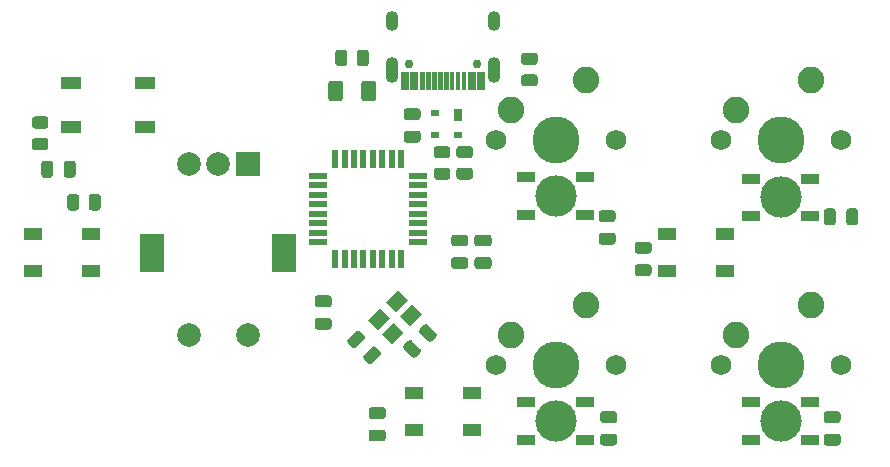
<source format=gbs>
G04 #@! TF.GenerationSoftware,KiCad,Pcbnew,(5.1.9-0-10_14)*
G04 #@! TF.CreationDate,2021-03-17T22:28:09-07:00*
G04 #@! TF.ProjectId,Croaky4,43726f61-6b79-4342-9e6b-696361645f70,rev?*
G04 #@! TF.SameCoordinates,Original*
G04 #@! TF.FileFunction,Soldermask,Bot*
G04 #@! TF.FilePolarity,Negative*
%FSLAX46Y46*%
G04 Gerber Fmt 4.6, Leading zero omitted, Abs format (unit mm)*
G04 Created by KiCad (PCBNEW (5.1.9-0-10_14)) date 2021-03-17 22:28:09*
%MOMM*%
%LPD*%
G01*
G04 APERTURE LIST*
%ADD10R,1.500000X1.000000*%
%ADD11R,1.501140X0.899160*%
%ADD12C,3.500000*%
%ADD13C,2.250000*%
%ADD14C,3.987800*%
%ADD15C,1.750000*%
%ADD16R,1.600000X0.550000*%
%ADD17R,0.550000X1.600000*%
%ADD18R,0.700000X1.000000*%
%ADD19R,0.700000X0.600000*%
%ADD20C,0.750000*%
%ADD21O,1.100000X2.200000*%
%ADD22O,1.100000X1.700000*%
%ADD23R,2.000000X2.000000*%
%ADD24C,2.000000*%
%ADD25R,2.000000X3.200000*%
%ADD26C,0.100000*%
%ADD27R,1.800000X1.100000*%
G04 APERTURE END LIST*
D10*
G04 #@! TO.C,D2*
X-41343750Y4781750D03*
X-41343750Y7981750D03*
X-36443750Y4781750D03*
X-36443750Y7981750D03*
G04 #@! TD*
D11*
G04 #@! TO.C,D6*
X-26869390Y3956050D03*
X-26869390Y7156450D03*
X-31868110Y7156450D03*
X-31868110Y3956050D03*
D12*
X-29368750Y5556250D03*
G04 #@! TD*
G04 #@! TO.C,D7*
X-10318750Y5556250D03*
D11*
X-12818110Y3956050D03*
X-12818110Y7156450D03*
X-7819390Y7156450D03*
X-7819390Y3956050D03*
G04 #@! TD*
D12*
G04 #@! TO.C,D5*
X-29368750Y24606250D03*
D11*
X-31868110Y23006050D03*
X-31868110Y26206450D03*
X-26869390Y26206450D03*
X-26869390Y23006050D03*
G04 #@! TD*
D12*
G04 #@! TO.C,D4*
X-10318750Y24511000D03*
D11*
X-12818110Y22910800D03*
X-12818110Y26111200D03*
X-7819390Y26111200D03*
X-7819390Y22910800D03*
G04 #@! TD*
D13*
G04 #@! TO.C,MX2*
X-26828750Y15398750D03*
D14*
X-29368750Y10318750D03*
D13*
X-33178750Y12858750D03*
D15*
X-34448750Y10318750D03*
X-24288750Y10318750D03*
G04 #@! TD*
G04 #@! TO.C,C13*
G36*
G01*
X-6444000Y6403000D02*
X-5494000Y6403000D01*
G75*
G02*
X-5244000Y6153000I0J-250000D01*
G01*
X-5244000Y5653000D01*
G75*
G02*
X-5494000Y5403000I-250000J0D01*
G01*
X-6444000Y5403000D01*
G75*
G02*
X-6694000Y5653000I0J250000D01*
G01*
X-6694000Y6153000D01*
G75*
G02*
X-6444000Y6403000I250000J0D01*
G01*
G37*
G36*
G01*
X-6444000Y4503000D02*
X-5494000Y4503000D01*
G75*
G02*
X-5244000Y4253000I0J-250000D01*
G01*
X-5244000Y3753000D01*
G75*
G02*
X-5494000Y3503000I-250000J0D01*
G01*
X-6444000Y3503000D01*
G75*
G02*
X-6694000Y3753000I0J250000D01*
G01*
X-6694000Y4253000D01*
G75*
G02*
X-6444000Y4503000I250000J0D01*
G01*
G37*
G04 #@! TD*
G04 #@! TO.C,C12*
G36*
G01*
X-25367000Y6403000D02*
X-24417000Y6403000D01*
G75*
G02*
X-24167000Y6153000I0J-250000D01*
G01*
X-24167000Y5653000D01*
G75*
G02*
X-24417000Y5403000I-250000J0D01*
G01*
X-25367000Y5403000D01*
G75*
G02*
X-25617000Y5653000I0J250000D01*
G01*
X-25617000Y6153000D01*
G75*
G02*
X-25367000Y6403000I250000J0D01*
G01*
G37*
G36*
G01*
X-25367000Y4503000D02*
X-24417000Y4503000D01*
G75*
G02*
X-24167000Y4253000I0J-250000D01*
G01*
X-24167000Y3753000D01*
G75*
G02*
X-24417000Y3503000I-250000J0D01*
G01*
X-25367000Y3503000D01*
G75*
G02*
X-25617000Y3753000I0J250000D01*
G01*
X-25617000Y4253000D01*
G75*
G02*
X-25367000Y4503000I250000J0D01*
G01*
G37*
G04 #@! TD*
G04 #@! TO.C,C11*
G36*
G01*
X-24544000Y22421000D02*
X-25494000Y22421000D01*
G75*
G02*
X-25744000Y22671000I0J250000D01*
G01*
X-25744000Y23171000D01*
G75*
G02*
X-25494000Y23421000I250000J0D01*
G01*
X-24544000Y23421000D01*
G75*
G02*
X-24294000Y23171000I0J-250000D01*
G01*
X-24294000Y22671000D01*
G75*
G02*
X-24544000Y22421000I-250000J0D01*
G01*
G37*
G36*
G01*
X-24544000Y20521000D02*
X-25494000Y20521000D01*
G75*
G02*
X-25744000Y20771000I0J250000D01*
G01*
X-25744000Y21271000D01*
G75*
G02*
X-25494000Y21521000I250000J0D01*
G01*
X-24544000Y21521000D01*
G75*
G02*
X-24294000Y21271000I0J-250000D01*
G01*
X-24294000Y20771000D01*
G75*
G02*
X-24544000Y20521000I-250000J0D01*
G01*
G37*
G04 #@! TD*
G04 #@! TO.C,C10*
G36*
G01*
X-5657000Y23335000D02*
X-5657000Y22385000D01*
G75*
G02*
X-5907000Y22135000I-250000J0D01*
G01*
X-6407000Y22135000D01*
G75*
G02*
X-6657000Y22385000I0J250000D01*
G01*
X-6657000Y23335000D01*
G75*
G02*
X-6407000Y23585000I250000J0D01*
G01*
X-5907000Y23585000D01*
G75*
G02*
X-5657000Y23335000I0J-250000D01*
G01*
G37*
G36*
G01*
X-3757000Y23335000D02*
X-3757000Y22385000D01*
G75*
G02*
X-4007000Y22135000I-250000J0D01*
G01*
X-4507000Y22135000D01*
G75*
G02*
X-4757000Y22385000I0J250000D01*
G01*
X-4757000Y23335000D01*
G75*
G02*
X-4507000Y23585000I250000J0D01*
G01*
X-4007000Y23585000D01*
G75*
G02*
X-3757000Y23335000I0J-250000D01*
G01*
G37*
G04 #@! TD*
D16*
G04 #@! TO.C,U2*
X-40993750Y20726750D03*
X-40993750Y21526750D03*
X-40993750Y22326750D03*
X-40993750Y23126750D03*
X-40993750Y23926750D03*
X-40993750Y24726750D03*
X-40993750Y25526750D03*
X-40993750Y26326750D03*
D17*
X-42443750Y27776750D03*
X-43243750Y27776750D03*
X-44043750Y27776750D03*
X-44843750Y27776750D03*
X-45643750Y27776750D03*
X-46443750Y27776750D03*
X-47243750Y27776750D03*
X-48043750Y27776750D03*
D16*
X-49493750Y26326750D03*
X-49493750Y25526750D03*
X-49493750Y24726750D03*
X-49493750Y23926750D03*
X-49493750Y23126750D03*
X-49493750Y22326750D03*
X-49493750Y21526750D03*
X-49493750Y20726750D03*
D17*
X-48043750Y19276750D03*
X-47243750Y19276750D03*
X-46443750Y19276750D03*
X-45643750Y19276750D03*
X-44843750Y19276750D03*
X-44043750Y19276750D03*
X-43243750Y19276750D03*
X-42443750Y19276750D03*
G04 #@! TD*
D18*
G04 #@! TO.C,U1*
X-37608000Y31484000D03*
D19*
X-39608000Y31684000D03*
X-37608000Y29784000D03*
X-39608000Y29784000D03*
G04 #@! TD*
G04 #@! TO.C,C6*
G36*
G01*
X-41054000Y31057000D02*
X-42004000Y31057000D01*
G75*
G02*
X-42254000Y31307000I0J250000D01*
G01*
X-42254000Y31807000D01*
G75*
G02*
X-42004000Y32057000I250000J0D01*
G01*
X-41054000Y32057000D01*
G75*
G02*
X-40804000Y31807000I0J-250000D01*
G01*
X-40804000Y31307000D01*
G75*
G02*
X-41054000Y31057000I-250000J0D01*
G01*
G37*
G36*
G01*
X-41054000Y29157000D02*
X-42004000Y29157000D01*
G75*
G02*
X-42254000Y29407000I0J250000D01*
G01*
X-42254000Y29907000D01*
G75*
G02*
X-42004000Y30157000I250000J0D01*
G01*
X-41054000Y30157000D01*
G75*
G02*
X-40804000Y29907000I0J-250000D01*
G01*
X-40804000Y29407000D01*
G75*
G02*
X-41054000Y29157000I-250000J0D01*
G01*
G37*
G04 #@! TD*
G04 #@! TO.C,C5*
G36*
G01*
X-35053250Y20357250D02*
X-36003250Y20357250D01*
G75*
G02*
X-36253250Y20607250I0J250000D01*
G01*
X-36253250Y21107250D01*
G75*
G02*
X-36003250Y21357250I250000J0D01*
G01*
X-35053250Y21357250D01*
G75*
G02*
X-34803250Y21107250I0J-250000D01*
G01*
X-34803250Y20607250D01*
G75*
G02*
X-35053250Y20357250I-250000J0D01*
G01*
G37*
G36*
G01*
X-35053250Y18457250D02*
X-36003250Y18457250D01*
G75*
G02*
X-36253250Y18707250I0J250000D01*
G01*
X-36253250Y19207250D01*
G75*
G02*
X-36003250Y19457250I250000J0D01*
G01*
X-35053250Y19457250D01*
G75*
G02*
X-34803250Y19207250I0J-250000D01*
G01*
X-34803250Y18707250D01*
G75*
G02*
X-35053250Y18457250I-250000J0D01*
G01*
G37*
G04 #@! TD*
G04 #@! TO.C,C1*
G36*
G01*
X-37021750Y20357250D02*
X-37971750Y20357250D01*
G75*
G02*
X-38221750Y20607250I0J250000D01*
G01*
X-38221750Y21107250D01*
G75*
G02*
X-37971750Y21357250I250000J0D01*
G01*
X-37021750Y21357250D01*
G75*
G02*
X-36771750Y21107250I0J-250000D01*
G01*
X-36771750Y20607250D01*
G75*
G02*
X-37021750Y20357250I-250000J0D01*
G01*
G37*
G36*
G01*
X-37021750Y18457250D02*
X-37971750Y18457250D01*
G75*
G02*
X-38221750Y18707250I0J250000D01*
G01*
X-38221750Y19207250D01*
G75*
G02*
X-37971750Y19457250I250000J0D01*
G01*
X-37021750Y19457250D01*
G75*
G02*
X-36771750Y19207250I0J-250000D01*
G01*
X-36771750Y18707250D01*
G75*
G02*
X-37021750Y18457250I-250000J0D01*
G01*
G37*
G04 #@! TD*
D13*
G04 #@! TO.C,MX4*
X-7778750Y15398750D03*
D14*
X-10318750Y10318750D03*
D13*
X-14128750Y12858750D03*
D15*
X-15398750Y10318750D03*
X-5238750Y10318750D03*
G04 #@! TD*
D13*
G04 #@! TO.C,MX3*
X-7778750Y34448750D03*
D14*
X-10318750Y29368750D03*
D13*
X-14128750Y31908750D03*
D15*
X-15398750Y29368750D03*
X-5238750Y29368750D03*
G04 #@! TD*
D13*
G04 #@! TO.C,MX1*
X-26828750Y34448750D03*
D14*
X-29368750Y29368750D03*
D13*
X-33178750Y31908750D03*
D15*
X-34448750Y29368750D03*
X-24288750Y29368750D03*
G04 #@! TD*
G04 #@! TO.C,R4*
G36*
G01*
X-38538998Y27832000D02*
X-39439002Y27832000D01*
G75*
G02*
X-39689000Y28081998I0J249998D01*
G01*
X-39689000Y28607002D01*
G75*
G02*
X-39439002Y28857000I249998J0D01*
G01*
X-38538998Y28857000D01*
G75*
G02*
X-38289000Y28607002I0J-249998D01*
G01*
X-38289000Y28081998D01*
G75*
G02*
X-38538998Y27832000I-249998J0D01*
G01*
G37*
G36*
G01*
X-38538998Y26007000D02*
X-39439002Y26007000D01*
G75*
G02*
X-39689000Y26256998I0J249998D01*
G01*
X-39689000Y26782002D01*
G75*
G02*
X-39439002Y27032000I249998J0D01*
G01*
X-38538998Y27032000D01*
G75*
G02*
X-38289000Y26782002I0J-249998D01*
G01*
X-38289000Y26256998D01*
G75*
G02*
X-38538998Y26007000I-249998J0D01*
G01*
G37*
G04 #@! TD*
G04 #@! TO.C,USB1*
G36*
G01*
X-36018750Y33648750D02*
X-36018750Y35098750D01*
G75*
G02*
X-35968750Y35148750I50000J0D01*
G01*
X-35368750Y35148750D01*
G75*
G02*
X-35318750Y35098750I0J-50000D01*
G01*
X-35318750Y33648750D01*
G75*
G02*
X-35368750Y33598750I-50000J0D01*
G01*
X-35968750Y33598750D01*
G75*
G02*
X-36018750Y33648750I0J50000D01*
G01*
G37*
G36*
G01*
X-42468750Y33648750D02*
X-42468750Y35098750D01*
G75*
G02*
X-42418750Y35148750I50000J0D01*
G01*
X-41818750Y35148750D01*
G75*
G02*
X-41768750Y35098750I0J-50000D01*
G01*
X-41768750Y33648750D01*
G75*
G02*
X-41818750Y33598750I-50000J0D01*
G01*
X-42418750Y33598750D01*
G75*
G02*
X-42468750Y33648750I0J50000D01*
G01*
G37*
G36*
G01*
X-36793750Y33648750D02*
X-36793750Y35098750D01*
G75*
G02*
X-36743750Y35148750I50000J0D01*
G01*
X-36143750Y35148750D01*
G75*
G02*
X-36093750Y35098750I0J-50000D01*
G01*
X-36093750Y33648750D01*
G75*
G02*
X-36143750Y33598750I-50000J0D01*
G01*
X-36743750Y33598750D01*
G75*
G02*
X-36793750Y33648750I0J50000D01*
G01*
G37*
G36*
G01*
X-41693750Y33648750D02*
X-41693750Y35098750D01*
G75*
G02*
X-41643750Y35148750I50000J0D01*
G01*
X-41043750Y35148750D01*
G75*
G02*
X-40993750Y35098750I0J-50000D01*
G01*
X-40993750Y33648750D01*
G75*
G02*
X-41043750Y33598750I-50000J0D01*
G01*
X-41643750Y33598750D01*
G75*
G02*
X-41693750Y33648750I0J50000D01*
G01*
G37*
G36*
G01*
X-40843750Y33648750D02*
X-40843750Y35098750D01*
G75*
G02*
X-40793750Y35148750I50000J0D01*
G01*
X-40493750Y35148750D01*
G75*
G02*
X-40443750Y35098750I0J-50000D01*
G01*
X-40443750Y33648750D01*
G75*
G02*
X-40493750Y33598750I-50000J0D01*
G01*
X-40793750Y33598750D01*
G75*
G02*
X-40843750Y33648750I0J50000D01*
G01*
G37*
G36*
G01*
X-37343750Y33648750D02*
X-37343750Y35098750D01*
G75*
G02*
X-37293750Y35148750I50000J0D01*
G01*
X-36993750Y35148750D01*
G75*
G02*
X-36943750Y35098750I0J-50000D01*
G01*
X-36943750Y33648750D01*
G75*
G02*
X-36993750Y33598750I-50000J0D01*
G01*
X-37293750Y33598750D01*
G75*
G02*
X-37343750Y33648750I0J50000D01*
G01*
G37*
G36*
G01*
X-40343750Y33648750D02*
X-40343750Y35098750D01*
G75*
G02*
X-40293750Y35148750I50000J0D01*
G01*
X-39993750Y35148750D01*
G75*
G02*
X-39943750Y35098750I0J-50000D01*
G01*
X-39943750Y33648750D01*
G75*
G02*
X-39993750Y33598750I-50000J0D01*
G01*
X-40293750Y33598750D01*
G75*
G02*
X-40343750Y33648750I0J50000D01*
G01*
G37*
G36*
G01*
X-37843750Y33648750D02*
X-37843750Y35098750D01*
G75*
G02*
X-37793750Y35148750I50000J0D01*
G01*
X-37493750Y35148750D01*
G75*
G02*
X-37443750Y35098750I0J-50000D01*
G01*
X-37443750Y33648750D01*
G75*
G02*
X-37493750Y33598750I-50000J0D01*
G01*
X-37793750Y33598750D01*
G75*
G02*
X-37843750Y33648750I0J50000D01*
G01*
G37*
G36*
G01*
X-39843750Y33648750D02*
X-39843750Y35098750D01*
G75*
G02*
X-39793750Y35148750I50000J0D01*
G01*
X-39493750Y35148750D01*
G75*
G02*
X-39443750Y35098750I0J-50000D01*
G01*
X-39443750Y33648750D01*
G75*
G02*
X-39493750Y33598750I-50000J0D01*
G01*
X-39793750Y33598750D01*
G75*
G02*
X-39843750Y33648750I0J50000D01*
G01*
G37*
G36*
G01*
X-38343750Y33648750D02*
X-38343750Y35098750D01*
G75*
G02*
X-38293750Y35148750I50000J0D01*
G01*
X-37993750Y35148750D01*
G75*
G02*
X-37943750Y35098750I0J-50000D01*
G01*
X-37943750Y33648750D01*
G75*
G02*
X-37993750Y33598750I-50000J0D01*
G01*
X-38293750Y33598750D01*
G75*
G02*
X-38343750Y33648750I0J50000D01*
G01*
G37*
G36*
G01*
X-38843750Y33648750D02*
X-38843750Y35098750D01*
G75*
G02*
X-38793750Y35148750I50000J0D01*
G01*
X-38493750Y35148750D01*
G75*
G02*
X-38443750Y35098750I0J-50000D01*
G01*
X-38443750Y33648750D01*
G75*
G02*
X-38493750Y33598750I-50000J0D01*
G01*
X-38793750Y33598750D01*
G75*
G02*
X-38843750Y33648750I0J50000D01*
G01*
G37*
G36*
G01*
X-39343750Y33648750D02*
X-39343750Y35098750D01*
G75*
G02*
X-39293750Y35148750I50000J0D01*
G01*
X-38993750Y35148750D01*
G75*
G02*
X-38943750Y35098750I0J-50000D01*
G01*
X-38943750Y33648750D01*
G75*
G02*
X-38993750Y33598750I-50000J0D01*
G01*
X-39293750Y33598750D01*
G75*
G02*
X-39343750Y33648750I0J50000D01*
G01*
G37*
D20*
X-36003750Y35818750D03*
X-41783750Y35818750D03*
D21*
X-43213750Y35288750D03*
X-34573750Y35288750D03*
D22*
X-43213750Y39468750D03*
X-34573750Y39468750D03*
G04 #@! TD*
G04 #@! TO.C,R5*
G36*
G01*
X-37534002Y27032000D02*
X-36633998Y27032000D01*
G75*
G02*
X-36384000Y26782002I0J-249998D01*
G01*
X-36384000Y26256998D01*
G75*
G02*
X-36633998Y26007000I-249998J0D01*
G01*
X-37534002Y26007000D01*
G75*
G02*
X-37784000Y26256998I0J249998D01*
G01*
X-37784000Y26782002D01*
G75*
G02*
X-37534002Y27032000I249998J0D01*
G01*
G37*
G36*
G01*
X-37534002Y28857000D02*
X-36633998Y28857000D01*
G75*
G02*
X-36384000Y28607002I0J-249998D01*
G01*
X-36384000Y28081998D01*
G75*
G02*
X-36633998Y27832000I-249998J0D01*
G01*
X-37534002Y27832000D01*
G75*
G02*
X-37784000Y28081998I0J249998D01*
G01*
X-37784000Y28607002D01*
G75*
G02*
X-37534002Y28857000I249998J0D01*
G01*
G37*
G04 #@! TD*
D23*
G04 #@! TO.C,SW2*
X-55443750Y27343750D03*
D24*
X-57943750Y27343750D03*
X-60443750Y27343750D03*
D25*
X-52343750Y19843750D03*
X-63543750Y19843750D03*
D24*
X-55443750Y12843750D03*
X-60443750Y12843750D03*
G04 #@! TD*
G04 #@! TO.C,C9*
G36*
G01*
X-22446000Y18854000D02*
X-21496000Y18854000D01*
G75*
G02*
X-21246000Y18604000I0J-250000D01*
G01*
X-21246000Y18104000D01*
G75*
G02*
X-21496000Y17854000I-250000J0D01*
G01*
X-22446000Y17854000D01*
G75*
G02*
X-22696000Y18104000I0J250000D01*
G01*
X-22696000Y18604000D01*
G75*
G02*
X-22446000Y18854000I250000J0D01*
G01*
G37*
G36*
G01*
X-22446000Y20754000D02*
X-21496000Y20754000D01*
G75*
G02*
X-21246000Y20504000I0J-250000D01*
G01*
X-21246000Y20004000D01*
G75*
G02*
X-21496000Y19754000I-250000J0D01*
G01*
X-22446000Y19754000D01*
G75*
G02*
X-22696000Y20004000I0J250000D01*
G01*
X-22696000Y20504000D01*
G75*
G02*
X-22446000Y20754000I250000J0D01*
G01*
G37*
G04 #@! TD*
G04 #@! TO.C,C8*
G36*
G01*
X-44006750Y5752250D02*
X-44956750Y5752250D01*
G75*
G02*
X-45206750Y6002250I0J250000D01*
G01*
X-45206750Y6502250D01*
G75*
G02*
X-44956750Y6752250I250000J0D01*
G01*
X-44006750Y6752250D01*
G75*
G02*
X-43756750Y6502250I0J-250000D01*
G01*
X-43756750Y6002250D01*
G75*
G02*
X-44006750Y5752250I-250000J0D01*
G01*
G37*
G36*
G01*
X-44006750Y3852250D02*
X-44956750Y3852250D01*
G75*
G02*
X-45206750Y4102250I0J250000D01*
G01*
X-45206750Y4602250D01*
G75*
G02*
X-44956750Y4852250I250000J0D01*
G01*
X-44006750Y4852250D01*
G75*
G02*
X-43756750Y4602250I0J-250000D01*
G01*
X-43756750Y4102250D01*
G75*
G02*
X-44006750Y3852250I-250000J0D01*
G01*
G37*
G04 #@! TD*
G04 #@! TO.C,C7*
G36*
G01*
X-71919250Y27367250D02*
X-71919250Y26417250D01*
G75*
G02*
X-72169250Y26167250I-250000J0D01*
G01*
X-72669250Y26167250D01*
G75*
G02*
X-72919250Y26417250I0J250000D01*
G01*
X-72919250Y27367250D01*
G75*
G02*
X-72669250Y27617250I250000J0D01*
G01*
X-72169250Y27617250D01*
G75*
G02*
X-71919250Y27367250I0J-250000D01*
G01*
G37*
G36*
G01*
X-70019250Y27367250D02*
X-70019250Y26417250D01*
G75*
G02*
X-70269250Y26167250I-250000J0D01*
G01*
X-70769250Y26167250D01*
G75*
G02*
X-71019250Y26417250I0J250000D01*
G01*
X-71019250Y27367250D01*
G75*
G02*
X-70769250Y27617250I250000J0D01*
G01*
X-70269250Y27617250D01*
G75*
G02*
X-70019250Y27367250I0J-250000D01*
G01*
G37*
G04 #@! TD*
D26*
G04 #@! TO.C,Y1*
G36*
X-42728289Y16667239D02*
G01*
X-41879761Y15818711D01*
X-42869711Y14828761D01*
X-43718239Y15677289D01*
X-42728289Y16667239D01*
G37*
G36*
X-44283924Y15111604D02*
G01*
X-43435396Y14263076D01*
X-44425346Y13273126D01*
X-45273874Y14121654D01*
X-44283924Y15111604D01*
G37*
G36*
X-43081843Y13909523D02*
G01*
X-42233315Y13060995D01*
X-43223265Y12071045D01*
X-44071793Y12919573D01*
X-43081843Y13909523D01*
G37*
G36*
X-41526208Y15465158D02*
G01*
X-40677680Y14616630D01*
X-41667630Y13626680D01*
X-42516158Y14475208D01*
X-41526208Y15465158D01*
G37*
G04 #@! TD*
D27*
G04 #@! TO.C,SW1*
X-70378250Y34203250D03*
X-64178250Y30503250D03*
X-70378250Y30503250D03*
X-64178250Y34203250D03*
G04 #@! TD*
G04 #@! TO.C,R6*
G36*
G01*
X-68910250Y23648248D02*
X-68910250Y24548252D01*
G75*
G02*
X-68660252Y24798250I249998J0D01*
G01*
X-68135248Y24798250D01*
G75*
G02*
X-67885250Y24548252I0J-249998D01*
G01*
X-67885250Y23648248D01*
G75*
G02*
X-68135248Y23398250I-249998J0D01*
G01*
X-68660252Y23398250D01*
G75*
G02*
X-68910250Y23648248I0J249998D01*
G01*
G37*
G36*
G01*
X-70735250Y23648248D02*
X-70735250Y24548252D01*
G75*
G02*
X-70485252Y24798250I249998J0D01*
G01*
X-69960248Y24798250D01*
G75*
G02*
X-69710250Y24548252I0J-249998D01*
G01*
X-69710250Y23648248D01*
G75*
G02*
X-69960248Y23398250I-249998J0D01*
G01*
X-70485252Y23398250D01*
G75*
G02*
X-70735250Y23648248I0J249998D01*
G01*
G37*
G04 #@! TD*
G04 #@! TO.C,R3*
G36*
G01*
X-73475002Y29540250D02*
X-72574998Y29540250D01*
G75*
G02*
X-72325000Y29290252I0J-249998D01*
G01*
X-72325000Y28765248D01*
G75*
G02*
X-72574998Y28515250I-249998J0D01*
G01*
X-73475002Y28515250D01*
G75*
G02*
X-73725000Y28765248I0J249998D01*
G01*
X-73725000Y29290252D01*
G75*
G02*
X-73475002Y29540250I249998J0D01*
G01*
G37*
G36*
G01*
X-73475002Y31365250D02*
X-72574998Y31365250D01*
G75*
G02*
X-72325000Y31115252I0J-249998D01*
G01*
X-72325000Y30590248D01*
G75*
G02*
X-72574998Y30340250I-249998J0D01*
G01*
X-73475002Y30340250D01*
G75*
G02*
X-73725000Y30590248I0J249998D01*
G01*
X-73725000Y31115252D01*
G75*
G02*
X-73475002Y31365250I249998J0D01*
G01*
G37*
G04 #@! TD*
G04 #@! TO.C,R2*
G36*
G01*
X-47009000Y36772002D02*
X-47009000Y35871998D01*
G75*
G02*
X-47258998Y35622000I-249998J0D01*
G01*
X-47784002Y35622000D01*
G75*
G02*
X-48034000Y35871998I0J249998D01*
G01*
X-48034000Y36772002D01*
G75*
G02*
X-47784002Y37022000I249998J0D01*
G01*
X-47258998Y37022000D01*
G75*
G02*
X-47009000Y36772002I0J-249998D01*
G01*
G37*
G36*
G01*
X-45184000Y36772002D02*
X-45184000Y35871998D01*
G75*
G02*
X-45433998Y35622000I-249998J0D01*
G01*
X-45959002Y35622000D01*
G75*
G02*
X-46209000Y35871998I0J249998D01*
G01*
X-46209000Y36772002D01*
G75*
G02*
X-45959002Y37022000I249998J0D01*
G01*
X-45433998Y37022000D01*
G75*
G02*
X-45184000Y36772002I0J-249998D01*
G01*
G37*
G04 #@! TD*
G04 #@! TO.C,R1*
G36*
G01*
X-31141248Y35737750D02*
X-32041252Y35737750D01*
G75*
G02*
X-32291250Y35987748I0J249998D01*
G01*
X-32291250Y36512752D01*
G75*
G02*
X-32041252Y36762750I249998J0D01*
G01*
X-31141248Y36762750D01*
G75*
G02*
X-30891250Y36512752I0J-249998D01*
G01*
X-30891250Y35987748D01*
G75*
G02*
X-31141248Y35737750I-249998J0D01*
G01*
G37*
G36*
G01*
X-31141248Y33912750D02*
X-32041252Y33912750D01*
G75*
G02*
X-32291250Y34162748I0J249998D01*
G01*
X-32291250Y34687752D01*
G75*
G02*
X-32041252Y34937750I249998J0D01*
G01*
X-31141248Y34937750D01*
G75*
G02*
X-30891250Y34687752I0J-249998D01*
G01*
X-30891250Y34162748D01*
G75*
G02*
X-31141248Y33912750I-249998J0D01*
G01*
G37*
G04 #@! TD*
G04 #@! TO.C,F1*
G36*
G01*
X-45834000Y32903000D02*
X-45834000Y34153000D01*
G75*
G02*
X-45584000Y34403000I250000J0D01*
G01*
X-44834000Y34403000D01*
G75*
G02*
X-44584000Y34153000I0J-250000D01*
G01*
X-44584000Y32903000D01*
G75*
G02*
X-44834000Y32653000I-250000J0D01*
G01*
X-45584000Y32653000D01*
G75*
G02*
X-45834000Y32903000I0J250000D01*
G01*
G37*
G36*
G01*
X-48634000Y32903000D02*
X-48634000Y34153000D01*
G75*
G02*
X-48384000Y34403000I250000J0D01*
G01*
X-47634000Y34403000D01*
G75*
G02*
X-47384000Y34153000I0J-250000D01*
G01*
X-47384000Y32903000D01*
G75*
G02*
X-47634000Y32653000I-250000J0D01*
G01*
X-48384000Y32653000D01*
G75*
G02*
X-48634000Y32903000I0J250000D01*
G01*
G37*
G04 #@! TD*
D10*
G04 #@! TO.C,D3*
X-19912500Y18243750D03*
X-19912500Y21443750D03*
X-15012500Y18243750D03*
X-15012500Y21443750D03*
G04 #@! TD*
G04 #@! TO.C,D1*
X-73601750Y18243750D03*
X-73601750Y21443750D03*
X-68701750Y18243750D03*
X-68701750Y21443750D03*
G04 #@! TD*
G04 #@! TO.C,C4*
G36*
G01*
X-45610678Y11156927D02*
X-44938927Y11828678D01*
G75*
G02*
X-44585373Y11828678I176777J-176777D01*
G01*
X-44231820Y11475125D01*
G75*
G02*
X-44231820Y11121571I-176777J-176777D01*
G01*
X-44903571Y10449820D01*
G75*
G02*
X-45257125Y10449820I-176777J176777D01*
G01*
X-45610678Y10803373D01*
G75*
G02*
X-45610678Y11156927I176777J176777D01*
G01*
G37*
G36*
G01*
X-46954180Y12500429D02*
X-46282429Y13172180D01*
G75*
G02*
X-45928875Y13172180I176777J-176777D01*
G01*
X-45575322Y12818627D01*
G75*
G02*
X-45575322Y12465073I-176777J-176777D01*
G01*
X-46247073Y11793322D01*
G75*
G02*
X-46600627Y11793322I-176777J176777D01*
G01*
X-46954180Y12146875D01*
G75*
G02*
X-46954180Y12500429I176777J176777D01*
G01*
G37*
G04 #@! TD*
G04 #@! TO.C,C3*
G36*
G01*
X-41511322Y12373429D02*
X-40839571Y11701678D01*
G75*
G02*
X-40839571Y11348124I-176777J-176777D01*
G01*
X-41193124Y10994571D01*
G75*
G02*
X-41546678Y10994571I-176777J176777D01*
G01*
X-42218429Y11666322D01*
G75*
G02*
X-42218429Y12019876I176777J176777D01*
G01*
X-41864876Y12373429D01*
G75*
G02*
X-41511322Y12373429I176777J-176777D01*
G01*
G37*
G36*
G01*
X-40167820Y13716931D02*
X-39496069Y13045180D01*
G75*
G02*
X-39496069Y12691626I-176777J-176777D01*
G01*
X-39849622Y12338073D01*
G75*
G02*
X-40203176Y12338073I-176777J176777D01*
G01*
X-40874927Y13009824D01*
G75*
G02*
X-40874927Y13363378I176777J176777D01*
G01*
X-40521374Y13716931D01*
G75*
G02*
X-40167820Y13716931I176777J-176777D01*
G01*
G37*
G04 #@! TD*
G04 #@! TO.C,C2*
G36*
G01*
X-49528750Y14313750D02*
X-48578750Y14313750D01*
G75*
G02*
X-48328750Y14063750I0J-250000D01*
G01*
X-48328750Y13563750D01*
G75*
G02*
X-48578750Y13313750I-250000J0D01*
G01*
X-49528750Y13313750D01*
G75*
G02*
X-49778750Y13563750I0J250000D01*
G01*
X-49778750Y14063750D01*
G75*
G02*
X-49528750Y14313750I250000J0D01*
G01*
G37*
G36*
G01*
X-49528750Y16213750D02*
X-48578750Y16213750D01*
G75*
G02*
X-48328750Y15963750I0J-250000D01*
G01*
X-48328750Y15463750D01*
G75*
G02*
X-48578750Y15213750I-250000J0D01*
G01*
X-49528750Y15213750D01*
G75*
G02*
X-49778750Y15463750I0J250000D01*
G01*
X-49778750Y15963750D01*
G75*
G02*
X-49528750Y16213750I250000J0D01*
G01*
G37*
G04 #@! TD*
M02*

</source>
